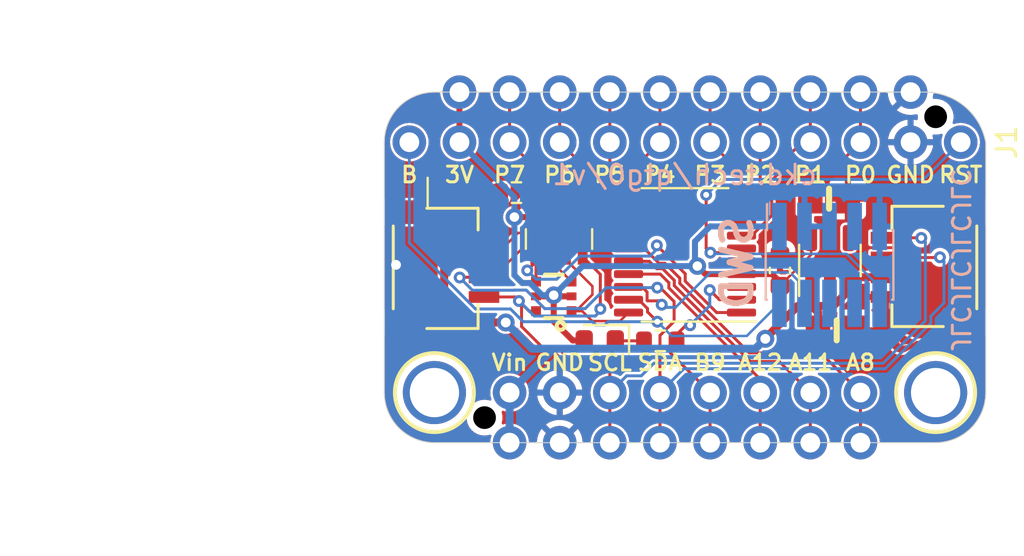
<source format=kicad_pcb>
(kicad_pcb (version 20211014) (generator pcbnew)
  (layers (0 "F.Cu" signal) (31 "B.Cu" signal) (34 "B.Paste" user) (35 "F.Paste" user) (36 "B.SilkS" user "B.Silkscreen") (37 "F.SilkS" user "F.Silkscreen") (38 "B.Mask" user) (39 "F.Mask" user) (44 "Edge.Cuts" user))
  (net 0 "")
  (net 1 "GND")
  (net 2 "3.3V")
  (net 3 "VCC")
  (net 4 "/SCL")
  (net 5 "/SDA")
  (net 6 "/SDA_3V")
  (net 7 "/SCL_3V")
  (net 9 "/SWCLK")
  (net 10 "/SWDIO")
  (net 12 "Net-(D2-Pad1)")
  (net 13 "/nRST")
  (net 14 "/B9")
  (net 15 "/A12")
  (net 16 "/A11")
  (net 17 "/A8")
  (net 21 "/P0")
  (net 22 "/P1")
  (net 23 "/P2")
  (net 24 "/P3")
  (net 25 "/P4")
  (net 26 "/P5")
  (net 27 "/P6")
  (net 28 "/P7")
  (net 29 "Net-(D1-Pad2)")
  (footprint "Resistor_SMD:R_0603_1608Metric" (layer "F.Cu") (at 142.498414 101.211583 180)
    (fp_text reference "R1" hide)
    (fp_text value "10K")
  )
  (footprint "Connector_PinHeader_2.54mm:PinHeader_1x12_P2.54mm_Vertical" (layer "F.Cu") (at 165.0111 98.6536 -90)
    (fp_text reference "J1")
    (fp_text value "Conn_01x12")
  )
  (footprint "JLCPCB:ToolingHole" (layer "F.Cu") (at 140.8811 112.6236)
    (fp_text reference "REF**" hide)
    (fp_text value "ToolingHole")
  )
  (footprint "Resistor_SMD:R_Array_Convex_4x0603" (layer "F.Cu") (at 144.655379 103.564258 -90)
    (fp_text reference "R3" hide)
    (fp_text value "10K")
  )
  (footprint "Adafruit BH1750:SOT363" (layer "F.Cu") (at 144.389988 106.472565 90)
    (fp_text reference "Q2" hide)
    (fp_text value "BSS138BKS")
  )
  (footprint "LED_SMD:LED_0603_1608Metric" (layer "F.Cu") (at 139.4841 101.1936)
    (fp_text reference "D1" hide)
    (fp_text value "LED_Small")
  )
  (footprint "Adafruit BH1750:MOUNTINGHOLE_2.5_PLATED" (layer "F.Cu") (at 138.3411 111.3536)
    (fp_text reference "U$19" hide)
    (fp_text value "MOUNTINGHOLE2.5" hide)
  )
  (footprint "Adafruit BH1750:JST_SH4" (layer "F.Cu") (at 163.7411 105.0036 90)
    (fp_text reference "CONN3" hide)
    (fp_text value "SM04B-SRSS-TB" hide)
  )
  (footprint "Connector_PinHeader_2.54mm:PinHeader_1x08_P2.54mm_Vertical" (layer "F.Cu") (at 142.1511 111.3536 90)
    (fp_text reference "J2" hide)
    (fp_text value "Conn_01x08")
  )
  (footprint "LED_SMD:LED_0603_1608Metric" (layer "F.Cu") (at 146.720461 108.664773 180)
    (fp_text reference "D2" hide)
    (fp_text value "LED_Small")
  )
  (footprint "Package_SO:TSSOP-20_4.4x6.5mm_P0.65mm" (layer "F.Cu") (at 151.0411 104.3686 180)
    (fp_text reference "U1" hide)
    (fp_text value "STMG0x0F")
  )
  (footprint "JLCPCB:ToolingHole" (layer "F.Cu") (at 163.7411 97.363381)
    (fp_text reference "REF**" hide)
    (fp_text value "ToolingHole")
  )
  (footprint "Adafruit BH1750:MOUNTINGHOLE_2.5_PLATED" (layer "F.Cu") (at 163.7411 111.3536)
    (fp_text reference "U$21" hide)
    (fp_text value "MOUNTINGHOLE2.5" hide)
  )
  (footprint "Connector_PinHeader_2.54mm:PinHeader_1x08_P2.54mm_Vertical" (layer "F.Cu") (at 142.1511 113.8936 90)
    (fp_text reference "J4" hide)
    (fp_text value "Conn_01x08")
  )
  (footprint "Package_TO_SOT_SMD:TSOT-23-5" (layer "F.Cu") (at 158.383506 104.653868 90)
    (fp_text reference "U2" hide)
    (fp_text value "AP2112K-3.3")
  )
  (footprint "Capacitor_SMD:C_0603_1608Metric" (layer "F.Cu") (at 155.852812 105.161805 90)
    (fp_text reference "C1" hide)
    (fp_text value "0.1uF")
  )
  (footprint "Adafruit BH1750:0805-NO" (layer "F.Cu") (at 158.34057 101.51953)
    (fp_text reference "C3" hide)
    (fp_text value "10uF")
  )
  (footprint "Adafruit BH1750:JST_SH4" (layer "F.Cu") (at 138.3411 105.0036 -90)
    (fp_text reference "CONN4" hide)
    (fp_text value "SM04B-SRSS-TB" hide)
  )
  (footprint "Connector_PinHeader_2.54mm:PinHeader_1x10_P2.54mm_Vertical" (layer "F.Cu") (at 162.4711 96.1136 -90)
    (fp_text reference "J5" hide)
    (fp_text value "Conn_01x10")
  )
  (footprint "chickadee:chickadee_1mm_fcu" (layer "F.Cu") (at 162.597615 108.837663)
    (fp_text reference "G***" hide)
    (fp_text value "LOGO" hide)
  )
  (footprint "Adafruit BH1750:0805-NO" (layer "F.Cu") (at 158.72763 108.1961)
    (fp_text reference "C2" hide)
    (fp_text value "10uF")
  )
  (footprint "Resistor_SMD:R_0603_1608Metric" (layer "F.Cu") (at 149.786407 108.729349)
    (fp_text reference "R2" hide)
    (fp_text value "R_Small")
  )
  (footprint "Connector_PinHeader_1.27mm:PinHeader_2x05_P1.27mm_Vertical_SMD" (layer "B.Cu") (at 158.364359 104.877017 -90)
    (fp_text reference "J3" hide)
    (fp_text value "Conn_ARM_JTAG_SWD_10")
  )
  (gr_arc (start 166.2811 111.3536) (mid 165.537151 113.149651) (end 163.7411 113.8936) (layer "Edge.Cuts") (width 0.05))
  (gr_arc (start 138.3411 113.8936) (mid 136.545049 113.149651) (end 135.8011 111.3536) (layer "Edge.Cuts") (width 0.05))
  (gr_line (start 138.3411 113.8936) (end 163.7411 113.8936) (layer "Edge.Cuts") (width 0.05))
  (gr_line (start 163.215049 96.1136) (end 138.3411 96.1136) (layer "Edge.Cuts") (width 0.05))
  (gr_arc (start 163.215049 96.1136) (mid 165.205794 96.831083) (end 166.2811 98.6536) (layer "Edge.Cuts") (width 0.05))
  (gr_line (start 166.2811 111.3536) (end 166.2811 98.6536) (layer "Edge.Cuts") (width 0.05))
  (gr_line (start 135.8011 98.6536) (end 135.8011 111.3536) (layer "Edge.Cuts") (width 0.05))
  (gr_arc (start 135.8011 98.6536) (mid 136.545049 96.857549) (end 138.3411 96.1136) (layer "Edge.Cuts") (width 0.05))
  (gr_text "ckd.tech/qtg0/v1" (at 151.019589 100.310257) (layer "B.SilkS") (effects (font (size 1 1)) (justify mirror)))
  (gr_text "JLCJLCJLCJLC" (at 164.995737 104.63226 -90) (layer "B.SilkS") (effects (font (size 0.9 0.9)) (justify mirror)))
  (gr_text "SWD" (at 153.685638 104.779581 90) (layer "B.SilkS") (effects (font (size 1.5 1.5) (thickness 0.3)) (justify mirror)))
  (gr_text "P0" (at 159.9311 100.3046) (layer "F.SilkS") (effects (font (size 0.8 0.8))))
  (gr_text "SCL" (at 147.2311 109.845349) (layer "F.SilkS") (effects (font (size 0.8 0.8))))
  (gr_text "GND" (at 162.4711 100.3046) (layer "F.SilkS") (effects (font (size 0.8 0.8))))
  (gr_text "P4" (at 149.7711 100.3046) (layer "F.SilkS") (effects (font (size 0.8 0.8))))
  (gr_text "P6" (at 144.6911 100.3046) (layer "F.SilkS") (effects (font (size 0.8 0.8))))
  (gr_text "SDA" (at 149.7711 109.8296) (layer "F.SilkS") (effects (font (size 0.8 0.8))))
  (gr_text "A11" (at 157.3911 109.8296) (layer "F.SilkS") (effects (font (size 0.8 0.8))))
  (gr_text "P1" (at 157.3911 100.3046) (layer "F.SilkS") (effects (font (size 0.8 0.8))))
  (gr_text "P5" (at 147.2311 100.3046) (layer "F.SilkS") (effects (font (size 0.8 0.8))))
  (gr_text "P7" (at 142.1511 100.3046) (layer "F.SilkS") (effects (font (size 0.8 0.8))))
  (gr_text "Vin" (at 142.1511 109.8296) (layer "F.SilkS") (effects (font (size 0.8 0.8))))
  (gr_text "A12" (at 154.8511 109.8296) (layer "F.SilkS") (effects (font (size 0.8 0.8))))
  (gr_text "A8" (at 159.9311 109.8296) (layer "F.SilkS") (effects (font (size 0.8 0.8))))
  (gr_text "B" (at 137.0711 100.3046) (layer "F.SilkS") (effects (font (size 0.8 0.8))))
  (gr_text "P2" (at 154.8511 100.3046) (layer "F.SilkS") (effects (font (size 0.8 0.8))))
  (gr_text "3V" (at 139.6111 100.3046) (layer "F.SilkS") (effects (font (size 0.8 0.8))))
  (gr_text "GND" (at 144.6911 109.8296) (layer "F.SilkS") (effects (font (size 0.8 0.8))))
  (gr_text "B9" (at 152.3111 109.8296) (layer "F.SilkS") (effects (font (size 0.8 0.8))))
  (gr_text "P3" (at 152.3111 100.3046) (layer "F.SilkS") (effects (font (size 0.8 0.8))))
  (gr_text "RST" (at 165.0111 100.3046) (layer "F.SilkS") (effects (font (size 0.8 0.8))))
  (segment (start 136.444787 104.874313) (end 136.395883 104.874313) (width 0.4064) (layer "F.Cu") (net 1))
  (segment (start 138.6966 101.1936) (end 138.6966 102.6225) (width 0.4064) (layer "F.Cu") (net 1))
  (segment (start 138.6966 102.6225) (end 136.444787 104.874313) (width 0.4064) (layer "F.Cu") (net 1))
  (via (at 136.395883 104.874313) (size 0.9064) (drill 0.5) (layers "F.Cu" "B.Cu") (net 1))
  (segment (start 142.394081 102.451793) (end 143.242914 102.451793) (width 0.3048) (layer "F.Cu") (net 2))
  (segment (start 145.289988 106.472565) (end 144.444932 106.472565) (width 0.3048) (layer "F.Cu") (net 2))
  (segment (start 144.329116 106.472565) (end 144.387024 106.414657) (width 0.3048) (layer "F.Cu") (net 2))
  (segment (start 145.074461 108.4326) (end 145.351002 108.709141) (width 0.3048) (layer "F.Cu") (net 2))
  (segment (start 157.433506 103.516368) (end 157.433506 104.356111) (width 0.127) (layer "F.Cu") (net 2))
  (segment (start 157.39057 101.51953) (end 157.39057 103.473432) (width 0.127) (layer "F.Cu") (net 2))
  (segment (start 142.394081 102.451793) (end 142.394081 102.140916) (width 0.3048) (layer "F.Cu") (net 2))
  (segment (start 145.351002 108.709141) (end 145.888593 108.709141) (width 0.3048) (layer "F.Cu") (net 2))
  (segment (start 145.888593 108.709141) (end 145.932961 108.664773) (width 0.3048) (layer "F.Cu") (net 2))
  (segment (start 139.6111 96.1136) (end 139.6111 98.6536) (width 0.3048) (layer "F.Cu") (net 2))
  (segment (start 155.750725 105.641946) (end 155.452379 105.3436) (width 0.3048) (layer "F.Cu") (net 2))
  (segment (start 152.070964 105.3436) (end 151.664955 104.937591) (width 0.3048) (layer "F.Cu") (net 2))
  (segment (start 145.0721 108.4326) (end 144.387024 107.747524) (width 0.3048) (layer "F.Cu") (net 2))
  (segment (start 145.055379 102.464258) (end 143.802704 101.211583) (width 0.3048) (layer "F.Cu") (net 2))
  (segment (start 157.39057 103.473432) (end 157.433506 103.516368) (width 0.127) (layer "F.Cu") (net 2))
  (segment (start 145.055379 102.664258) (end 145.055379 102.464258) (width 0.3048) (layer "F.Cu") (net 2))
  (segment (start 155.452379 105.3436) (end 153.9036 105.3436) (width 0.3048) (layer "F.Cu") (net 2))
  (segment (start 153.9036 105.3436) (end 152.070964 105.3436) (width 0.3048) (layer "F.Cu") (net 2))
  (segment (start 144.387024 107.747524) (end 144.387024 106.414657) (width 0.3048) (layer "F.Cu") (net 2))
  (segment (start 143.242914 102.451793) (end 143.455379 102.664258) (width 0.3048) (layer "F.Cu") (net 2))
  (segment (start 143.489988 106.472565) (end 144.329116 106.472565) (width 0.3048) (layer "F.Cu") (net 2))
  (segment (start 142.394081 102.140916) (end 143.323414 101.211583) (width 0.3048) (layer "F.Cu") (net 2))
  (segment (start 157.433506 104.356111) (end 155.852812 105.936805) (width 0.127) (layer "F.Cu") (net 2))
  (segment (start 144.444932 106.472565) (end 144.387024 106.414657) (width 0.3048) (layer "F.Cu") (net 2))
  (segment (start 143.802704 101.211583) (end 143.323414 101.211583) (width 0.3048) (layer "F.Cu") (net 2))
  (segment (start 145.0721 108.4326) (end 145.074461 108.4326) (width 0.3048) (layer "F.Cu") (net 2))
  (via (at 144.387024 106.414657) (size 0.889) (drill 0.4826) (layers "F.Cu" "B.Cu") (net 2))
  (via (at 151.664955 104.937591) (size 0.889) (drill 0.4826) (layers "F.Cu" "B.Cu") (net 2))
  (via (at 142.394081 102.451793) (size 0.889) (drill 0.4826) (layers "F.Cu" "B.Cu") (net 2))
  (segment (start 143.803058 106.414657) (end 143.183068 105.794667) (width 0.3048) (layer "B.Cu") (net 2))
  (segment (start 145.853582 104.937591) (end 145.471652 105.319521) (width 0.3048) (layer "B.Cu") (net 2))
  (segment (start 152.308067 102.927017) (end 151.545682 103.689402) (width 0.3048) (layer "B.Cu") (net 2))
  (segment (start 155.824359 102.927017) (end 152.308067 102.927017) (width 0.3048) (layer "B.Cu") (net 2))
  (segment (start 142.394081 102.451793) (end 142.394081 101.436581) (width 0.3048) (layer "B.Cu") (net 2))
  (segment (start 143.183068 105.794667) (end 142.789918 105.794667) (width 0.3048) (layer "B.Cu") (net 2))
  (segment (start 151.664955 104.937591) (end 145.853582 104.937591) (width 0.3048) (layer "B.Cu") (net 2))
  (segment (start 145.471652 105.330029) (end 144.387024 106.414657) (width 0.3048) (layer "B.Cu") (net 2))
  (segment (start 142.789918 105.794667) (end 142.394081 105.39883) (width 0.3048) (layer "B.Cu") (net 2))
  (segment (start 142.394081 105.39883) (end 142.394081 102.451793) (width 0.3048) (layer "B.Cu") (net 2))
  (segment (start 144.387024 106.414657) (end 143.803058 106.414657) (width 0.3048) (layer "B.Cu") (net 2))
  (segment (start 151.545682 103.689402) (end 151.545682 104.818318) (width 0.3048) (layer "B.Cu") (net 2))
  (segment (start 151.545682 104.818318) (end 151.664955 104.937591) (width 0.3048) (layer "B.Cu") (net 2))
  (segment (start 145.471652 105.319521) (end 145.471652 105.330029) (width 0.3048) (layer "B.Cu") (net 2))
  (segment (start 142.394081 101.436581) (end 139.6111 98.6536) (width 0.3048) (layer "B.Cu") (net 2))
  (segment (start 141.3301 104.5036) (end 142.578942 103.254758) (width 0.127) (layer "F.Cu") (net 3))
  (segment (start 143.864879 103.254758) (end 145.414879 103.254758) (width 0.127) (layer "F.Cu") (net 3))
  (segment (start 145.414879 103.254758) (end 145.855379 102.814258) (width 0.127) (layer "F.Cu") (net 3))
  (segment (start 158.554429 106.96205) (end 157.459065 106.96205) (width 0.4064) (layer "F.Cu") (net 3))
  (segment (start 138.837147 106.458289) (end 140.176646 107.797788) (width 0.4064) (layer "F.Cu") (net 3))
  (segment (start 157.459065 106.96205) (end 156.753547 106.96205) (width 0.4064) (layer "F.Cu") (net 3))
  (segment (start 139.048703 104.5036) (end 138.837147 104.715156) (width 0.4064) (layer "F.Cu") (net 3))
  (segment (start 157.77763 108.1961) (end 157.77763 107.280615) (width 0.4064) (layer "F.Cu") (net 3))
  (segment (start 161.2271 105.5036) (end 159.621274 105.5036) (width 0.4064) (layer "F.Cu") (net 3))
  (segment (start 155.107883 108.607714) (end 155.107883 108.6265) (width 0.4064) (layer "F.Cu") (net 3))
  (segment (start 157.77763 107.280615) (end 157.459065 106.96205) (width 0.4064) (layer "F.Cu") (net 3))
  (segment (start 144.255379 102.864258) (end 144.255379 102.664258) (width 0.127) (layer "F.Cu") (net 3))
  (segment (start 157.433506 106.936491) (end 157.433506 105.791368) (width 0.4064) (layer "F.Cu") (net 3))
  (segment (start 156.753547 106.96205) (end 155.107883 108.607714) (width 0.4064) (layer "F.Cu") (net 3))
  (segment (start 159.621274 105.5036) (end 159.333506 105.791368) (width 0.4064) (layer "F.Cu") (net 3))
  (segment (start 157.459065 106.96205) (end 157.433506 106.936491) (width 0.4064) (layer "F.Cu") (net 3))
  (segment (start 140.8551 104.5036) (end 139.048703 104.5036) (width 0.4064) (layer "F.Cu") (net 3))
  (segment (start 140.176646 107.797788) (end 141.955023 107.797788) (width 0.4064) (layer "F.Cu") (net 3))
  (segment (start 138.837147 104.715156) (end 138.837147 106.458289) (width 0.4064) (layer "F.Cu") (net 3))
  (segment (start 142.578942 103.254758) (end 143.864879 103.254758) (width 0.127) (layer "F.Cu") (net 3))
  (segment (start 145.855379 102.814258) (end 145.855379 102.664258) (width 0.127) (layer "F.Cu") (net 3))
  (segment (start 159.333506 105.791368) (end 159.333506 106.182973) (width 0.4064) (layer "F.Cu") (net 3))
  (segment (start 159.333506 106.182973) (end 158.554429 106.96205) (width 0.4064) (layer "F.Cu") (net 3))
  (segment (start 143.864879 103.254758) (end 144.255379 102.864258) (width 0.127) (layer "F.Cu") (net 3))
  (segment (start 140.8551 104.5036) (end 141.3301 104.5036) (width 0.127) (layer "F.Cu") (net 3))
  (via (at 141.955023 107.797788) (size 0.9064) (drill 0.5) (layers "F.Cu" "B.Cu") (net 3))
  (via (at 155.107883 108.6265) (size 0.9064) (drill 0.5) (layers "F.Cu" "B.Cu") (net 3))
  (segment (start 154.607384 109.126999) (end 144.377701 109.126999) (width 0.4064) (layer "B.Cu") (net 3))
  (segment (start 144.377701 109.126999) (end 142.1511 111.3536) (width 0.4064) (layer "B.Cu") (net 3))
  (segment (start 144.377701 109.126999) (end 143.284234 109.126999) (width 0.4064) (layer "B.Cu") (net 3))
  (segment (start 155.107883 108.6265) (end 154.607384 109.126999) (width 0.4064) (layer "B.Cu") (net 3))
  (segment (start 143.284234 109.126999) (end 141.955023 107.797788) (width 0.4064) (layer "B.Cu") (net 3))
  (segment (start 142.1511 111.3536) (end 142.1511 113.8936) (width 0.4064) (layer "B.Cu") (net 3))
  (segment (start 163.005221 103.5036) (end 161.2271 103.5036) (width 0.15) (layer "F.Cu") (net 4))
  (segment (start 143.489988 107.222565) (end 143.138367 107.222565) (width 0.15) (layer "F.Cu") (net 4))
  (segment (start 143.138367 107.222565) (end 142.624434 106.708632) (width 0.15) (layer "F.Cu") (net 4))
  (segment (start 142.427243 106.511441) (end 142.624434 106.708632) (width 0.15) (layer "F.Cu") (net 4))
  (segment (start 147.2311 111.3536) (end 147.2311 113.8936) (width 0.15) (layer "F.Cu") (net 4))
  (segment (start 146.748377 105.357256) (end 145.855379 104.464258) (width 0.15) (layer "F.Cu") (net 4))
  (segment (start 142.427243 106.5036) (end 142.427243 106.511441) (width 0.15) (layer "F.Cu") (net 4))
  (segment (start 145.176986 109.680045) (end 146.072994 109.680045) (width 0.127) (layer "F.Cu") (net 4))
  (segment (start 144.556389 109.059448) (end 145.176986 109.680045) (width 0.127) (layer "F.Cu") (net 4))
  (segment (start 147.2311 110.083911) (end 146.843995 109.696806) (width 0.15) (layer "F.Cu") (net 4))
  (segment (start 146.072994 109.680045) (end 146.843995 109.680045) (width 0.15) (layer "F.Cu") (net 4))
  (segment (start 142.756901 107.99998) (end 143.816369 109.059448) (width 0.15) (layer "F.Cu") (net 4))
  (segment (start 144.377688 109.059448) (end 144.556389 109.059448) (width 0.127) (layer "F.Cu") (net 4))
  (segment (start 143.816369 109.059448) (end 144.377688 109.059448) (width 0.15) (layer "F.Cu") (net 4))
  (segment (start 140.8551 106.5036) (end 142.427243 106.5036) (width 0.15) (layer "F.Cu") (net 4))
  (segment (start 147.2311 110.151519) (end 147.2311 111.3536) (width 0.15) (layer "F.Cu") (net 4))
  (segment (start 142.756901 106.841099) (end 142.756901 107.99998) (width 0.15) (layer "F.Cu") (net 4))
  (segment (start 147.2311 110.134194) (end 147.2311 110.151519) (width 0.15) (layer "F.Cu") (net 4))
  (segment (start 147.2311 110.083911) (end 147.2311 110.100672) (width 0.15) (layer "F.Cu") (net 4))
  (segment (start 146.843995 109.696806) (end 146.843995 109.680045) (width 0.15) (layer "F.Cu") (net 4))
  (segment (start 147.2311 110.134194) (end 147.2311 110.117433) (width 0.15) (layer "F.Cu") (net 4))
  (segment (start 147.2311 110.100672) (end 147.2311 110.117433) (width 0.15) (layer "F.Cu") (net 4))
  (segment (start 142.624434 106.708632) (end 142.756901 106.841099) (width 0.15) (layer "F.Cu") (net 4))
  (segment (start 163.013606 103.511985) (end 163.005221 103.5036) (width 0.15) (layer "F.Cu") (net 4))
  (segment (start 146.748377 107.109549) (end 146.748377 105.357256) (width 0.15) (layer "F.Cu") (net 4))
  (via (at 142.624434 106.708632) (size 0.6) (drill 0.3) (layers "F.Cu" "B.Cu") (net 4))
  (via (at 163.013606 103.511985) (size 0.6) (drill 0.3) (layers "F.Cu" "B.Cu") (net 4))
  (via (at 146.748377 107.109549) (size 0.6) (drill 0.3) (layers "F.Cu" "B.Cu") (net 4))
  (segment (start 146.748377 107.216245) (end 146.748377 107.109549) (width 0.15) (layer "B.Cu") (net 4))
  (segment (start 148.0811 110.5036) (end 148.825894 110.5036) (width 0.15) (layer "B.Cu") (net 4))
  (segment (start 149.46296 109.866534) (end 161.072893 109.866534) (width 0.15) (layer "B.Cu") (net 4))
  (segment (start 163.2197 107.719727) (end 163.2197 103.718079) (width 0.15) (layer "B.Cu") (net 4))
  (segment (start 147.2311 111.3536) (end 148.0811 110.5036) (width 0.15) (layer "B.Cu") (net 4))
  (segment (start 146.496188 107.468434) (end 146.748377 107.216245) (width 0.15) (layer "B.Cu") (net 4))
  (segment (start 142.624434 106.708632) (end 142.640599 106.708632) (width 0.15) (layer "B.Cu") (net 4))
  (segment (start 163.2197 103.718079) (end 163.013606 103.511985) (width 0.15) (layer "B.Cu") (net 4))
  (segment (start 148.825894 110.5036) (end 149.46296 109.866534) (width 0.15) (layer "B.Cu") (net 4))
  (segment (start 161.072893 109.866534) (end 163.2197 107.719727) (width 0.15) (layer "B.Cu") (net 4))
  (segment (start 142.640599 106.708632) (end 143.359986 107.428019) (width 0.15) (layer "B.Cu") (net 4))
  (segment (start 143.400401 107.468434) (end 146.496188 107.468434) (width 0.15) (layer "B.Cu") (net 4))
  (segment (start 143.359986 107.428019) (end 143.400401 107.468434) (width 0.15) (layer "B.Cu") (net 4))
  (segment (start 149.782395 106.030441) (end 149.634897 106.030441) (width 0.15) (layer "F.Cu") (net 5))
  (segment (start 144.255379 104.687956) (end 144.255379 104.464258) (width 0.127) (layer "F.Cu") (net 5))
  (segment (start 144.255379 103.924059) (end 144.255379 104.464258) (width 0.127) (layer "F.Cu") (net 5))
  (segment (start 139.635833 105.5036) (end 139.622071 105.517362) (width 0.15) (layer "F.Cu") (net 5))
  (segment (start 149.7711 111.3536) (end 149.7711 113.8936) (width 0.15) (layer "F.Cu") (net 5))
  (segment (start 163.94553 104.5036) (end 161.2271 104.5036) (width 0.15) (layer "F.Cu") (net 5))
  (segment (start 149.7711 108.458066) (end 150.488046 107.74112) (width 0.15) (layer "F.Cu") (net 5))
  (segment (start 150.488046 106.736092) (end 149.782395 106.030441) (width 0.15) (layer "F.Cu") (net 5))
  (segment (start 150.488046 107.74112) (end 150.488046 106.736092) (width 0.15) (layer "F.Cu") (net 5))
  (segment (start 141.3301 105.5036) (end 143.099699 103.734001) (width 0.127) (layer "F.Cu") (net 5))
  (segment (start 145.289988 105.722565) (end 144.255379 104.687956) (width 0.127) (layer "F.Cu") (net 5))
  (segment (start 149.7711 111.3536) (end 149.7711 108.458066) (width 0.15) (layer "F.Cu") (net 5))
  (segment (start 140.8551 105.5036) (end 139.635833 105.5036) (width 0.15) (layer "F.Cu") (net 5))
  (segment (start 144.065321 103.734001) (end 144.255379 103.924059) (width 0.127) (layer "F.Cu") (net 5))
  (segment (start 143.099699 103.734001) (end 144.065321 103.734001) (width 0.127) (layer "F.Cu") (net 5))
  (segment (start 140.8551 105.5036) (end 141.3301 105.5036) (width 0.127) (layer "F.Cu") (net 5))
  (segment (start 163.958201 104.490929) (end 163.94553 104.5036) (width 0.15) (layer "F.Cu") (net 5))
  (via (at 149.634897 106.030441) (size 0.6) (drill 0.3) (layers "F.Cu" "B.Cu") (net 5))
  (via (at 163.958201 104.490929) (size 0.6) (drill 0.3) (layers "F.Cu" "B.Cu") (net 5))
  (via (at 139.622071 105.517362) (size 0.6) (drill 0.3) (layers "F.Cu" "B.Cu") (net 5))
  (segment (start 147.043303 106.030441) (end 149.634897 106.030441) (width 0.15) (layer "B.Cu") (net 5))
  (segment (start 143.931042 107.093258) (end 145.980486 107.093258) (width 0.15) (layer "B.Cu") (net 5))
  (segment (start 161.187424 110.143035) (end 163.496201 107.834257) (width 0.15) (layer "B.Cu") (net 5))
  (segment (start 142.394752 106.154132) (end 142.991916 106.154132) (width 0.15) (layer "B.Cu") (net 5))
  (segment (start 164.164295 104.697023) (end 163.958201 104.490929) (width 0.15) (layer "B.Cu") (net 5))
  (segment (start 142.991916 106.154132) (end 143.931042 107.093258) (width 0.15) (layer "B.Cu") (net 5))
  (segment (start 163.496201 107.477574) (end 164.164295 106.80948) (width 0.15) (layer "B.Cu") (net 5))
  (segment (start 140.266924 106.162215) (end 142.386669 106.162215) (width 0.15) (layer "B.Cu") (net 5))
  (segment (start 164.164295 106.80948) (end 164.164295 104.697023) (width 0.15) (layer "B.Cu") (net 5))
  (segment (start 145.980486 107.093258) (end 147.043303 106.030441) (width 0.15) (layer "B.Cu") (net 5))
  (segment (start 150.981665 110.143035) (end 161.187424 110.143035) (width 0.15) (layer "B.Cu") (net 5))
  (segment (start 163.496201 107.834257) (end 163.496201 107.477574) (width 0.15) (layer "B.Cu") (net 5))
  (segment (start 149.7711 111.3536) (end 150.981665 110.143035) (width 0.15) (layer "B.Cu") (net 5))
  (segment (start 139.622071 105.517362) (end 140.266924 106.162215) (width 0.15) (layer "B.Cu") (net 5))
  (segment (start 142.386669 106.162215) (end 142.394752 106.154132) (width 0.15) (layer "B.Cu") (net 5))
  (segment (start 143.455379 104.464258) (end 143.455379 104.749236) (width 0.15) (layer "F.Cu") (net 6))
  (segment (start 149.612812 103.888038) (end 151.051359 105.326585) (width 0.15) (layer "F.Cu") (net 6))
  (segment (start 143.455379 104.749236) (end 143.046754 105.157861) (width 0.15) (layer "F.Cu") (net 6))
  (segment (start 143.489988 105.722565) (end 143.489988 104.498867) (width 0.15) (layer "F.Cu") (net 6))
  (segment (start 143.489988 104.498867) (end 143.455379 104.464258) (width 0.15) (layer "F.Cu") (net 6))
  (segment (start 151.051359 105.701706) (end 152.643253 107.2936) (width 0.15) (layer "F.Cu") (net 6))
  (segment (start 152.643253 107.2936) (end 153.9036 107.2936) (width 0.15) (layer "F.Cu") (net 6))
  (segment (start 151.051359 105.326585) (end 151.051359 105.701706) (width 0.15) (layer "F.Cu") (net 6))
  (via (at 149.612812 103.888038) (size 0.6) (drill 0.3) (layers "F.Cu" "B.Cu") (net 6))
  (via (at 143.046754 105.157861) (size 0.6) (drill 0.3) (layers "F.Cu" "B.Cu") (net 6))
  (segment (start 143.491319 105.602426) (end 144.542108 105.602426) (width 0.15) (layer "B.Cu") (net 6))
  (segment (start 149.612812 104.080157) (end 149.612812 103.888038) (width 0.15) (layer "B.Cu") (net 6))
  (segment (start 144.542108 105.602426) (end 145.714142 104.430392) (width 0.15) (layer "B.Cu") (net 6))
  (segment (start 149.262577 104.430392) (end 149.612812 104.080157) (width 0.15) (layer "B.Cu") (net 6))
  (segment (start 143.046754 105.157861) (end 143.491319 105.602426) (width 0.15) (layer "B.Cu") (net 6))
  (segment (start 145.714142 104.430392) (end 149.262577 104.430392) (width 0.15) (layer "B.Cu") (net 6))
  (segment (start 145.055379 104.664258) (end 146.347313 105.956192) (width 0.127) (layer "F.Cu") (net 7))
  (segment (start 145.507384 107.222565) (end 145.289988 107.222565) (width 0.127) (layer "F.Cu") (net 7))
  (segment (start 147.745111 107.727089) (end 146.33611 107.727089) (width 0.127) (layer "F.Cu") (net 7))
  (segment (start 146.347313 106.382636) (end 145.507384 107.222565) (width 0.127) (layer "F.Cu") (net 7))
  (segment (start 146.347313 105.956192) (end 146.347313 106.382636) (width 0.127) (layer "F.Cu") (net 7))
  (segment (start 145.831586 107.222565) (end 145.289988 107.222565) (width 0.127) (layer "F.Cu") (net 7))
  (segment (start 145.055379 104.464258) (end 145.055379 104.664258) (width 0.127) (layer "F.Cu") (net 7))
  (segment (start 146.33611 107.727089) (end 145.831586 107.222565) (width 0.127) (layer "F.Cu") (net 7))
  (segment (start 148.1786 107.2936) (end 147.745111 107.727089) (width 0.127) (layer "F.Cu") (net 7))
  (segment (start 149.1181 106.677477) (end 149.1181 106.250612) (width 0.15) (layer "F.Cu") (net 9))
  (segment (start 149.666521 106.702038) (end 149.142661 106.702038) (width 0.15) (layer "F.Cu") (net 9))
  (segment (start 149.1181 106.250612) (end 148.861088 105.9936) (width 0.15) (layer "F.Cu") (net 9))
  (segment (start 148.861088 105.9936) (end 148.1786 105.9936) (width 0.15) (layer "F.Cu") (net 9))
  (segment (start 149.860513 106.89603) (end 149.666521 106.702038) (width 0.15) (layer "F.Cu") (net 9))
  (segment (start 149.142661 106.702038) (end 149.1181 106.677477) (width 0.15) (layer "F.Cu") (net 9))
  (via (at 149.860513 106.89603) (size 0.6) (drill 0.3) (layers "F.Cu" "B.Cu") (net 9))
  (segment (start 157.094359 105.997017) (end 156.356445 105.259103) (width 0.127) (layer "B.Cu") (net 9))
  (segment (start 149.997924 107.033441) (end 150.559128 107.033441) (width 0.15) (layer "B.Cu") (net 9))
  (segment (start 152.333466 105.259103) (end 150.559128 107.033441) (width 0.127) (layer "B.Cu") (net 9))
  (segment (start 156.356445 105.259103) (end 152.333466 105.259103) (width 0.127) (layer "B.Cu") (net 9))
  (segment (start 157.094359 106.827017) (end 157.094359 105.997017) (width 0.127) (layer "B.Cu") (net 9))
  (segment (start 149.860513 106.89603) (end 149.997924 107.033441) (width 0.15) (layer "B.Cu") (net 9))
  (segment (start 149.140773 107.091181) (end 149.140773 107.261379) (width 0.15) (layer "F.Cu") (net 10))
  (segment (start 149.140773 107.261379) (end 149.639332 107.759938) (width 0.15) (layer "F.Cu") (net 10))
  (segment (start 148.1786 106.6436) (end 148.693192 106.6436) (width 0.15) (layer "F.Cu") (net 10))
  (segment (start 148.693192 106.6436) (end 149.140773 107.091181) (width 0.15) (layer "F.Cu") (net 10))
  (via (at 149.639332 107.759938) (size 0.6) (drill 0.3) (layers "F.Cu" "B.Cu") (net 10))
  (segment (start 150.36113 108.481736) (end 154.16964 108.481736) (width 0.127) (layer "B.Cu") (net 10))
  (segment (start 142.195311 107.112189) (end 142.84306 107.759938) (width 0.15) (layer "B.Cu") (net 10))
  (segment (start 154.16964 108.481736) (end 155.824359 106.827017) (width 0.127) (layer "B.Cu") (net 10))
  (segment (start 146.352695 107.759938) (end 146.518695 107.925938) (width 0.15) (layer "B.Cu") (net 10))
  (segment (start 137.0711 103.759465) (end 140.423824 107.112189) (width 0.15) (layer "B.Cu") (net 10))
  (segment (start 140.423824 107.112189) (end 142.195311 107.112189) (width 0.15) (layer "B.Cu") (net 10))
  (segment (start 146.518695 107.925938) (end 146.978059 107.925938) (width 0.15) (layer "B.Cu") (net 10))
  (segment (start 147.144059 107.759938) (end 149.639332 107.759938) (width 0.15) (layer "B.Cu") (net 10))
  (segment (start 137.0711 98.6536) (end 137.0711 103.759465) (width 0.15) (layer "B.Cu") (net 10))
  (segment (start 146.978059 107.925938) (end 147.144059 107.759938) (width 0.15) (layer "B.Cu") (net 10))
  (segment (start 142.84306 107.759938) (end 146.352695 107.759938) (width 0.15) (layer "B.Cu") (net 10))
  (segment (start 149.639332 107.759938) (end 150.36113 108.481736) (width 0.127) (layer "B.Cu") (net 10))
  (segment (start 148.961407 108.729349) (end 147.572537 108.729349) (width 0.15) (layer "F.Cu") (net 12))
  (segment (start 147.572537 108.729349) (end 147.507961 108.664773) (width 0.15) (layer "F.Cu") (net 12))
  (segment (start 152.112235 104.040353) (end 152.327038 104.255156) (width 0.15) (layer "F.Cu") (net 13))
  (segment (start 153.692044 104.255156) (end 152.327038 104.255156) (width 0.15) (layer "F.Cu") (net 13))
  (segment (start 152.112235 101.324329) (end 152.112235 104.040353) (width 0.15) (layer "F.Cu") (net 13))
  (segment (start 153.9036 104.0436) (end 153.692044 104.255156) (width 0.15) (layer "F.Cu") (net 13))
  (via (at 152.327038 104.255156) (size 0.6) (drill 0.3) (layers "F.Cu" "B.Cu") (net 13))
  (via (at 152.112235 101.324329) (size 0.6) (drill 0.3) (layers "F.Cu" "B.Cu") (net 13))
  (segment (start 163.122546 100.542154) (end 152.89441 100.542154) (width 0.15) (layer "B.Cu") (net 13))
  (segment (start 159.224859 104.317517) (end 152.389399 104.317517) (width 0.127) (layer "B.Cu") (net 13))
  (segment (start 160.904359 105.997017) (end 159.224859 104.317517) (width 0.127) (layer "B.Cu") (net 13))
  (segment (start 152.89441 100.542154) (end 152.112235 101.324329) (width 0.15) (layer "B.Cu") (net 13))
  (segment (start 160.904359 106.827017) (end 160.904359 105.997017) (width 0.127) (layer "B.Cu") (net 13))
  (segment (start 165.0111 98.6536) (end 163.122546 100.542154) (width 0.15) (layer "B.Cu") (net 13))
  (segment (start 152.389399 104.317517) (end 152.327038 104.255156) (width 0.127) (layer "B.Cu") (net 13))
  (segment (start 150.296407 108.729349) (end 151.08702 107.938736) (width 0.15) (layer "F.Cu") (net 14))
  (segment (start 150.296407 109.338907) (end 152.3111 111.3536) (width 0.15) (layer "F.Cu") (net 14))
  (segment (start 152.783646 106.6436) (end 152.294706 106.15466) (width 0.15) (layer "F.Cu") (net 14))
  (segment (start 153.9036 106.6436) (end 152.783646 106.6436) (width 0.15) (layer "F.Cu") (net 14))
  (segment (start 151.08702 107.938736) (end 151.299286 107.938736) (width 0.15) (layer "F.Cu") (net 14))
  (segment (start 152.3111 111.3536) (end 152.3111 113.8936) (width 0.15) (layer "F.Cu") (net 14))
  (segment (start 150.296407 108.729349) (end 150.296407 109.338907) (width 0.15) (layer "F.Cu") (net 14))
  (via (at 152.294706 106.15466) (size 0.6) (drill 0.3) (layers "F.Cu" "B.Cu") (net 14))
  (via (at 151.299286 107.938736) (size 0.6) (drill 0.3) (layers "F.Cu" "B.Cu") (net 14))
  (segment (start 151.299286 107.938736) (end 152.294706 106.943316) (width 0.15) (layer "B.Cu") (net 14))
  (segment (start 152.294706 106.943316) (end 152.294706 106.15466) (width 0.15) (layer "B.Cu") (net 14))
  (segment (start 154.8511 110.674542) (end 154.8511 111.3536) (width 0.15) (layer "F.Cu") (net 15))
  (segment (start 149.787271 105.3436) (end 150.221856 105.778185) (width 0.15) (layer "F.Cu") (net 15))
  (segment (start 150.221856 106.045299) (end 154.8511 110.674542) (width 0.15) (layer "F.Cu") (net 15))
  (segment (start 148.1786 105.3436) (end 149.787271 105.3436) (width 0.15) (layer "F.Cu") (net 15))
  (segment (start 150.221856 105.778185) (end 150.221856 106.045299) (width 0.15) (layer "F.Cu") (net 15))
  (segment (start 154.8511 111.3536) (end 154.8511 113.8936) (width 0.15) (layer "F.Cu") (net 15))
  (segment (start 154.344533 109.776944) (end 155.814444 109.776944) (width 0.15) (layer "F.Cu") (net 16))
  (segment (start 155.814444 109.776944) (end 157.3911 111.3536) (width 0.15) (layer "F.Cu") (net 16))
  (segment (start 149.604766 105.067099) (end 149.901802 105.067099) (width 0.15) (layer "F.Cu") (net 16))
  (segment (start 149.231265 104.6936) (end 149.604766 105.067099) (width 0.15) (layer "F.Cu") (net 16))
  (segment (start 148.1786 104.6936) (end 149.231265 104.6936) (width 0.15) (layer "F.Cu") (net 16))
  (segment (start 150.498357 105.663654) (end 150.498357 105.930768) (width 0.15) (layer "F.Cu") (net 16))
  (segment (start 150.498357 105.930768) (end 154.344533 109.776944) (width 0.15) (layer "F.Cu") (net 16))
  (segment (start 149.901802 105.067099) (end 150.498357 105.663654) (width 0.15) (layer "F.Cu") (net 16))
  (segment (start 157.3911 111.3536) (end 157.3911 113.8936) (width 0.15) (layer "F.Cu") (net 16))
  (segment (start 157.9188 109.3413) (end 159.9311 111.3536) (width 0.15) (layer "F.Cu") (net 17))
  (segment (start 149.719296 104.790598) (end 150.016333 104.790598) (width 0.15) (layer "F.Cu") (net 17))
  (segment (start 154.299921 109.3413) (end 157.9188 109.3413) (width 0.15) (layer "F.Cu") (net 17))
  (segment (start 150.774858 105.816237) (end 154.299921 109.3413) (width 0.15) (layer "F.Cu") (net 17))
  (segment (start 148.1786 104.0436) (end 148.972298 104.0436) (width 0.15) (layer "F.Cu") (net 17))
  (segment (start 150.774858 105.549123) (end 150.774858 105.816237) (width 0.15) (layer "F.Cu") (net 17))
  (segment (start 159.9311 111.3536) (end 159.9311 113.8936) (width 0.15) (layer "F.Cu") (net 17))
  (segment (start 148.972298 104.0436) (end 149.719296 104.790598) (width 0.15) (layer "F.Cu") (net 17))
  (segment (start 150.016333 104.790598) (end 150.774858 105.549123) (width 0.15) (layer "F.Cu") (net 17))
  (segment (start 153.9036 103.3936) (end 154.418192 103.3936) (width 0.15) (layer "F.Cu") (net 21))
  (segment (start 155.432236 100.587475) (end 156.256314 99.763397) (width 0.15) (layer "F.Cu") (net 21))
  (segment (start 156.256314 99.763397) (end 158.821303 99.763397) (width 0.15) (layer "F.Cu") (net 21))
  (segment (start 155.432236 102.379556) (end 155.432236 100.587475) (width 0.15) (layer "F.Cu") (net 21))
  (segment (start 159.9311 96.1136) (end 159.9311 98.6536) (width 0.15) (layer "F.Cu") (net 21))
  (segment (start 158.821303 99.763397) (end 159.9311 98.6536) (width 0.15) (layer "F.Cu") (net 21))
  (segment (start 154.418192 103.3936) (end 155.432236 102.379556) (width 0.15) (layer "F.Cu") (net 21))
  (segment (start 153.9036 102.7436) (end 154.418192 102.7436) (width 0.15) (layer "F.Cu") (net 22))
  (segment (start 157.3911 96.1136) (end 157.3911 98.6536) (width 0.15) (layer "F.Cu") (net 22))
  (segment (start 156.975079 98.6536) (end 157.3911 98.6536) (width 0.15) (layer "F.Cu") (net 22))
  (segment (start 155.155735 102.006057) (end 155.155735 100.472944) (width 0.15) (layer "F.Cu") (net 22))
  (segment (start 155.155735 100.472944) (end 156.975079 98.6536) (width 0.15) (layer "F.Cu") (net 22))
  (segment (start 154.418192 102.7436) (end 155.155735 102.006057) (width 0.15) (layer "F.Cu") (net 22))
  (segment (start 153.9036 102.0936) (end 154.418192 102.0936) (width 0.15) (layer "F.Cu") (net 23))
  (segment (start 154.418192 102.0936) (end 154.8511 101.660692) (width 0.15) (layer "F.Cu") (net 23))
  (segment (start 154.8511 96.1136) (end 154.8511 98.6536) (width 0.15) (layer "F.Cu") (net 23))
  (segment (start 154.8511 101.660692) (end 154.8511 98.6536) (width 0.15) (layer "F.Cu") (net 23))
  (segment (start 153.9036 101.4436) (end 153.9036 100.2461) (width 0.15) (layer "F.Cu") (net 24))
  (segment (start 153.9036 100.2461) (end 152.3111 98.6536) (width 0.15) (layer "F.Cu") (net 24))
  (segment (start 152.3111 96.1136) (end 152.3111 98.6536) (width 0.15) (layer "F.Cu") (net 24))
  (segment (start 147.176871 101.387691) (end 147.17687 101.24783) (width 0.15) (layer "F.Cu") (net 25))
  (segment (start 148.1786 101.4436) (end 147.23278 101.4436) (width 0.15) (layer "F.Cu") (net 25))
  (segment (start 149.7711 96.1136) (end 149.7711 98.6536) (width 0.15) (layer "F.Cu") (net 25))
  (segment (start 147.17687 101.24783) (end 149.7711 98.6536) (width 0.15) (layer "F.Cu") (net 25))
  (segment (start 147.23278 101.4436) (end 147.176871 101.387691) (width 0.15) (layer "F.Cu") (net 25))
  (segment (start 146.90037 101.502221) (end 146.90037 100.186411) (width 0.15) (layer "F.Cu") (net 26))
  (segment (start 148.1786 102.0936) (end 147.491749 102.0936) (width 0.15) (layer "F.Cu") (net 26))
  (segment (start 147.2311 99.855681) (end 147.2311 98.6536) (width 0.15) (layer "F.Cu") (net 26))
  (segment (start 146.90037 100.186411) (end 147.2311 99.855681) (width 0.15) (layer "F.Cu") (net 26))
  (segment (start 147.2311 96.1136) (end 147.2311 98.6536) (width 0.15) (layer "F.Cu") (net 26))
  (segment (start 147.491749 102.0936) (end 146.90037 101.502221) (width 0.15) (layer "F.Cu") (net 26))
  (segment (start 144.6911 96.1136) (end 144.6911 98.6536) (width 0.15) (layer "F.Cu") (net 27))
  (segment (start 147.664008 102.7436) (end 146.623869 101.703461) (width 0.15) (layer "F.Cu") (net 27))
  (segment (start 148.1786 102.7436) (end 147.664008 102.7436) (width 0.15) (layer "F.Cu") (net 27))
  (segment (start 146.623869 100.586369) (end 144.6911 98.6536) (width 0.15) (layer "F.Cu") (net 27))
  (segment (start 146.623869 101.703461) (end 146.623869 100.586369) (width 0.15) (layer "F.Cu") (net 27))
  (segment (start 143.523422 100.025922) (end 142.1511 98.6536) (width 0.15) (layer "F.Cu") (net 28))
  (segment (start 147.2391 102.968692) (end 147.2391 102.76558) (width 0.15) (layer "F.Cu") (net 28))
  (segment (start 148.1786 103.3936) (end 147.664008 103.3936) (width 0.15) (layer "F.Cu") (net 28))
  (segment (start 142.1511 96.1136) (end 142.1511 98.6536) (width 0.15) (layer "F.Cu") (net 28))
  (segment (start 147.664008 103.3936) (end 147.2391 102.968692) (width 0.15) (layer "F.Cu") (net 28))
  (segment (start 146.347368 101.873848) (end 146.347368 100.891103) (width 0.15) (layer "F.Cu") (net 28))
  (segment (start 147.2391 102.76558) (end 146.347368 101.873848) (width 0.15) (layer "F.Cu") (net 28))
  (segment (start 146.347368 100.891103) (end 145.482187 100.025922) (width 0.15) (layer "F.Cu") (net 28))
  (segment (start 145.482187 100.025922) (end 143.523422 100.025922) (width 0.15) (layer "F.Cu") (net 28))
  (segment (start 140.289583 101.211583) (end 140.2716 101.1936) (width 0.15) (layer "F.Cu") (net 29))
  (segment (start 141.673414 101.211583) (end 140.289583 101.211583) (width 0.15) (layer "F.Cu") (net 29))
  (zone (net 1) (net_name "GND") (layer "F.Cu") (priority 6) (connect_pads (clearance 0.000001)) (min_thickness 0.127) (fill yes (thermal_gap 0.304) (thermal_bridge_width 0.304))
    (polygon (pts (xy 166.2811 114.0206) (xy 135.1661 114.0206) (xy 135.1661 95.9866) (xy 166.2811 96.1136)))
  )
  (zone (net 1) (net_name "GND") (layer "B.Cu") (priority 6) (connect_pads (clearance 0.000001)) (min_thickness 0.127) (fill yes (thermal_gap 0.304) (thermal_bridge_width 0.304))
    (polygon (pts (xy 166.2811 114.0206) (xy 135.1661 114.0206) (xy 135.1661 95.9866) (xy 166.2811 96.1136)))
  )
)
</source>
